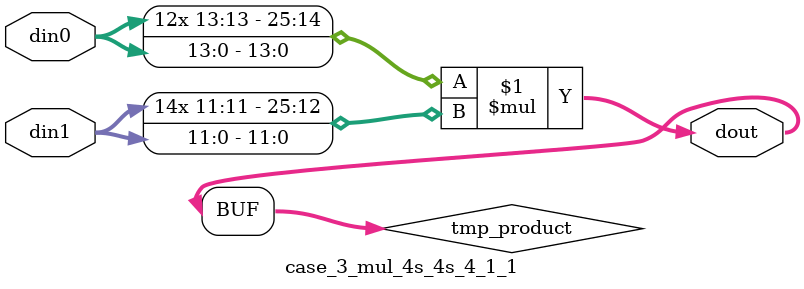
<source format=v>

`timescale 1 ns / 1 ps

 module case_3_mul_4s_4s_4_1_1(din0, din1, dout);
parameter ID = 1;
parameter NUM_STAGE = 0;
parameter din0_WIDTH = 14;
parameter din1_WIDTH = 12;
parameter dout_WIDTH = 26;

input [din0_WIDTH - 1 : 0] din0; 
input [din1_WIDTH - 1 : 0] din1; 
output [dout_WIDTH - 1 : 0] dout;

wire signed [dout_WIDTH - 1 : 0] tmp_product;



























assign tmp_product = $signed(din0) * $signed(din1);








assign dout = tmp_product;





















endmodule

</source>
